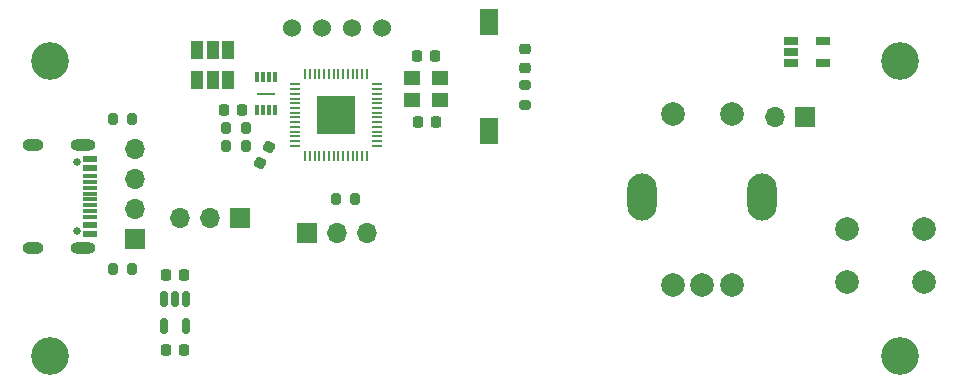
<source format=gbr>
G04 #@! TF.GenerationSoftware,KiCad,Pcbnew,(7.0.0)*
G04 #@! TF.CreationDate,2023-03-04T11:40:14-06:00*
G04 #@! TF.ProjectId,V0_Display,56305f44-6973-4706-9c61-792e6b696361,rev?*
G04 #@! TF.SameCoordinates,Original*
G04 #@! TF.FileFunction,Soldermask,Bot*
G04 #@! TF.FilePolarity,Negative*
%FSLAX46Y46*%
G04 Gerber Fmt 4.6, Leading zero omitted, Abs format (unit mm)*
G04 Created by KiCad (PCBNEW (7.0.0)) date 2023-03-04 11:40:14*
%MOMM*%
%LPD*%
G01*
G04 APERTURE LIST*
G04 Aperture macros list*
%AMRoundRect*
0 Rectangle with rounded corners*
0 $1 Rounding radius*
0 $2 $3 $4 $5 $6 $7 $8 $9 X,Y pos of 4 corners*
0 Add a 4 corners polygon primitive as box body*
4,1,4,$2,$3,$4,$5,$6,$7,$8,$9,$2,$3,0*
0 Add four circle primitives for the rounded corners*
1,1,$1+$1,$2,$3*
1,1,$1+$1,$4,$5*
1,1,$1+$1,$6,$7*
1,1,$1+$1,$8,$9*
0 Add four rect primitives between the rounded corners*
20,1,$1+$1,$2,$3,$4,$5,0*
20,1,$1+$1,$4,$5,$6,$7,0*
20,1,$1+$1,$6,$7,$8,$9,0*
20,1,$1+$1,$8,$9,$2,$3,0*%
G04 Aperture macros list end*
%ADD10R,1.600000X2.180000*%
%ADD11C,3.200000*%
%ADD12C,2.000000*%
%ADD13O,2.500000X4.000000*%
%ADD14C,1.524000*%
%ADD15R,1.700000X1.700000*%
%ADD16O,1.700000X1.700000*%
%ADD17RoundRect,0.225000X-0.225000X-0.250000X0.225000X-0.250000X0.225000X0.250000X-0.225000X0.250000X0*%
%ADD18RoundRect,0.150000X-0.150000X0.512500X-0.150000X-0.512500X0.150000X-0.512500X0.150000X0.512500X0*%
%ADD19RoundRect,0.070000X0.525000X-0.300000X0.525000X0.300000X-0.525000X0.300000X-0.525000X-0.300000X0*%
%ADD20R,1.000000X1.500000*%
%ADD21RoundRect,0.225000X-0.250000X0.225000X-0.250000X-0.225000X0.250000X-0.225000X0.250000X0.225000X0*%
%ADD22RoundRect,0.225000X0.225000X0.250000X-0.225000X0.250000X-0.225000X-0.250000X0.225000X-0.250000X0*%
%ADD23RoundRect,0.200000X-0.200000X-0.275000X0.200000X-0.275000X0.200000X0.275000X-0.200000X0.275000X0*%
%ADD24RoundRect,0.200000X-0.275000X0.200000X-0.275000X-0.200000X0.275000X-0.200000X0.275000X0.200000X0*%
%ADD25C,0.609600*%
%ADD26O,1.803400X0.990600*%
%ADD27O,2.108200X0.990600*%
%ADD28C,0.660400*%
%ADD29R,1.143000X0.584200*%
%ADD30R,1.143000X0.304800*%
%ADD31RoundRect,0.200000X0.200000X0.275000X-0.200000X0.275000X-0.200000X-0.275000X0.200000X-0.275000X0*%
%ADD32RoundRect,0.225000X0.104006X-0.319856X0.329006X0.069856X-0.104006X0.319856X-0.329006X-0.069856X0*%
%ADD33R,1.400000X1.200000*%
%ADD34R,0.300000X0.900000*%
%ADD35R,1.650000X0.250000*%
%ADD36RoundRect,0.050000X-0.050000X0.387500X-0.050000X-0.387500X0.050000X-0.387500X0.050000X0.387500X0*%
%ADD37RoundRect,0.050000X-0.387500X0.050000X-0.387500X-0.050000X0.387500X-0.050000X0.387500X0.050000X0*%
%ADD38R,3.200000X3.200000*%
G04 APERTURE END LIST*
D10*
X126385999Y-52399999D03*
X126385999Y-61579999D03*
D11*
X161170000Y-80650000D03*
X161170000Y-55650000D03*
D12*
X156670000Y-69900000D03*
X163170000Y-69900000D03*
X156670000Y-74400000D03*
X163170000Y-74400000D03*
X141920000Y-74650000D03*
X146920000Y-74650000D03*
X144420000Y-74650000D03*
D13*
X139339999Y-67149999D03*
X149499999Y-67149999D03*
D12*
X141920000Y-60150000D03*
X146920000Y-60150000D03*
D11*
X89170000Y-80650000D03*
X89170000Y-55650000D03*
D14*
X109660000Y-52850000D03*
X112200000Y-52850000D03*
X114740000Y-52850000D03*
X117280000Y-52850000D03*
D15*
X110953999Y-70197999D03*
D16*
X113493999Y-70197999D03*
X116033999Y-70197999D03*
D17*
X99000000Y-80130000D03*
X100550000Y-80130000D03*
D18*
X98825000Y-75817500D03*
X99775000Y-75817500D03*
X100725000Y-75817500D03*
X100725000Y-78092500D03*
X98825000Y-78092500D03*
D19*
X151892000Y-55850000D03*
X151892000Y-54900000D03*
X151892000Y-53950000D03*
X154592000Y-53950000D03*
X154592000Y-55850000D03*
D15*
X105303999Y-68927999D03*
D16*
X102763999Y-68927999D03*
X100223999Y-68927999D03*
D15*
X153114999Y-60444999D03*
D16*
X150574999Y-60444999D03*
D17*
X99000000Y-73780000D03*
X100550000Y-73780000D03*
D20*
X104249999Y-57269999D03*
X102949999Y-57269999D03*
X101649999Y-57269999D03*
X101649999Y-54729999D03*
X102949999Y-54729999D03*
X104249999Y-54729999D03*
D15*
X96413999Y-70705999D03*
D16*
X96413999Y-68165999D03*
X96413999Y-65625999D03*
X96413999Y-63085999D03*
D21*
X129434000Y-54678000D03*
X129434000Y-56228000D03*
D22*
X105445000Y-59850000D03*
X103895000Y-59850000D03*
X121895000Y-60850000D03*
X120345000Y-60850000D03*
D23*
X94495000Y-60550000D03*
X96145000Y-60550000D03*
D17*
X120245000Y-55250000D03*
X121795000Y-55250000D03*
D24*
X129434000Y-57728000D03*
X129434000Y-59378000D03*
D25*
X91412700Y-71468002D03*
X92504900Y-71468002D03*
X87385100Y-71468000D03*
X88172500Y-71468000D03*
X87385100Y-62828000D03*
X88172500Y-62828000D03*
X91412700Y-62828000D03*
X92504900Y-62828000D03*
D26*
X87778799Y-71468001D03*
X87778799Y-62827997D03*
D27*
X91958799Y-71468001D03*
X91958799Y-62827997D03*
D28*
X91458801Y-70037999D03*
X91458801Y-64258001D03*
D29*
X92533799Y-70347999D03*
X92533799Y-69548000D03*
D30*
X92533799Y-68397999D03*
X92533799Y-67397999D03*
X92533799Y-66897999D03*
X92533799Y-65897999D03*
D29*
X92533799Y-63947999D03*
X92533799Y-64747998D03*
D30*
X92533799Y-65398000D03*
X92533799Y-66397998D03*
X92533799Y-67898000D03*
X92533799Y-68897998D03*
D31*
X96145000Y-73250000D03*
X94495000Y-73250000D03*
X105745000Y-62850000D03*
X104095000Y-62850000D03*
D32*
X106932500Y-64321170D03*
X107707500Y-62978830D03*
D33*
X119819999Y-57099999D03*
X122219999Y-57099999D03*
X122219999Y-58999999D03*
X119819999Y-58999999D03*
D23*
X113369000Y-67398000D03*
X115019000Y-67398000D03*
D34*
X106719999Y-57049999D03*
X107219999Y-57049999D03*
X107719999Y-57049999D03*
X108219999Y-57049999D03*
X108219999Y-59849999D03*
X107719999Y-59849999D03*
X107219999Y-59849999D03*
X106719999Y-59849999D03*
D35*
X107469999Y-58449999D03*
D23*
X104095000Y-61350000D03*
X105745000Y-61350000D03*
D36*
X110794000Y-56816500D03*
X111194000Y-56816500D03*
X111594000Y-56816500D03*
X111994000Y-56816500D03*
X112394000Y-56816500D03*
X112794000Y-56816500D03*
X113194000Y-56816500D03*
X113594000Y-56816500D03*
X113994000Y-56816500D03*
X114394000Y-56816500D03*
X114794000Y-56816500D03*
X115194000Y-56816500D03*
X115594000Y-56816500D03*
X115994000Y-56816500D03*
D37*
X116831500Y-57654000D03*
X116831500Y-58054000D03*
X116831500Y-58454000D03*
X116831500Y-58854000D03*
X116831500Y-59254000D03*
X116831500Y-59654000D03*
X116831500Y-60054000D03*
X116831500Y-60454000D03*
X116831500Y-60854000D03*
X116831500Y-61254000D03*
X116831500Y-61654000D03*
X116831500Y-62054000D03*
X116831500Y-62454000D03*
X116831500Y-62854000D03*
D36*
X115994000Y-63691500D03*
X115594000Y-63691500D03*
X115194000Y-63691500D03*
X114794000Y-63691500D03*
X114394000Y-63691500D03*
X113994000Y-63691500D03*
X113594000Y-63691500D03*
X113194000Y-63691500D03*
X112794000Y-63691500D03*
X112394000Y-63691500D03*
X111994000Y-63691500D03*
X111594000Y-63691500D03*
X111194000Y-63691500D03*
X110794000Y-63691500D03*
D37*
X109956500Y-62854000D03*
X109956500Y-62454000D03*
X109956500Y-62054000D03*
X109956500Y-61654000D03*
X109956500Y-61254000D03*
X109956500Y-60854000D03*
X109956500Y-60454000D03*
X109956500Y-60054000D03*
X109956500Y-59654000D03*
X109956500Y-59254000D03*
X109956500Y-58854000D03*
X109956500Y-58454000D03*
X109956500Y-58054000D03*
X109956500Y-57654000D03*
D38*
X113393999Y-60253999D03*
M02*

</source>
